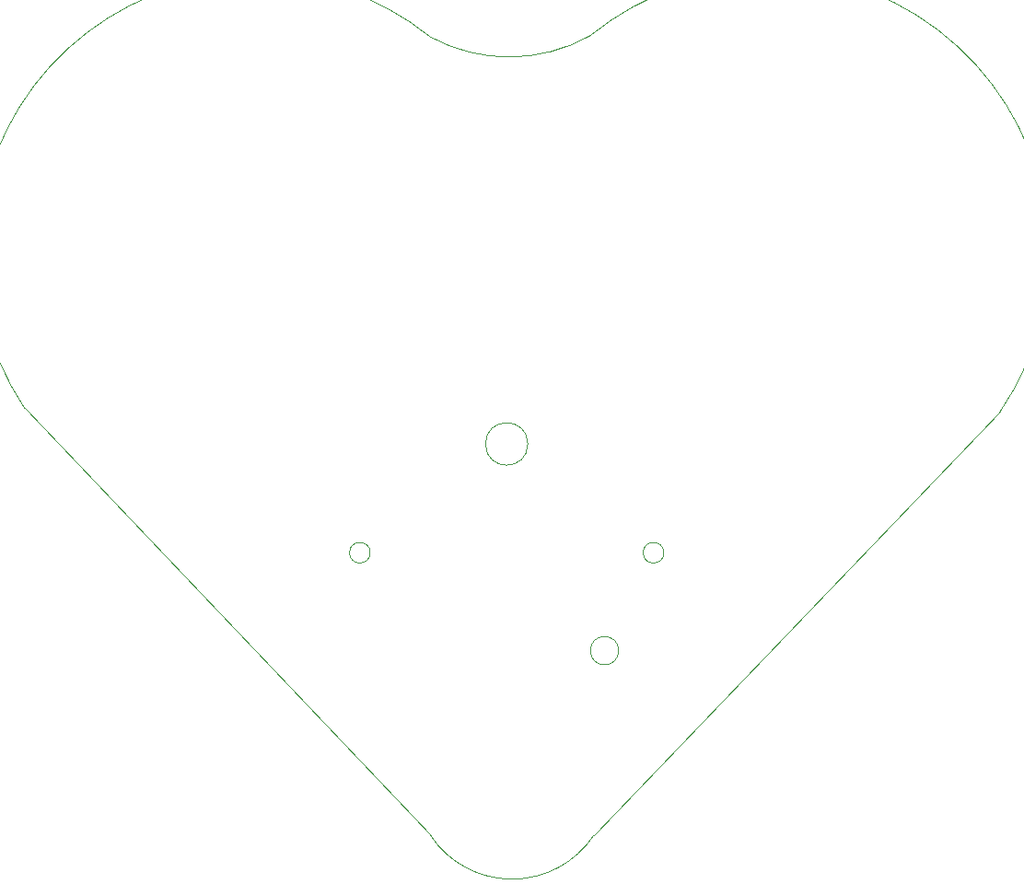
<source format=gbr>
%TF.GenerationSoftware,KiCad,Pcbnew,8.0.8*%
%TF.CreationDate,2025-02-21T00:42:49-08:00*%
%TF.ProjectId,jazmyn_hwsw,6a617a6d-796e-45f6-9877-73772e6b6963,rev?*%
%TF.SameCoordinates,Original*%
%TF.FileFunction,Profile,NP*%
%FSLAX46Y46*%
G04 Gerber Fmt 4.6, Leading zero omitted, Abs format (unit mm)*
G04 Created by KiCad (PCBNEW 8.0.8) date 2025-02-21 00:42:49*
%MOMM*%
%LPD*%
G01*
G04 APERTURE LIST*
%TA.AperFunction,Profile*%
%ADD10C,0.050000*%
%TD*%
G04 APERTURE END LIST*
D10*
X138650226Y-59983543D02*
G75*
G02*
X176348684Y-94567338I16349774J-20016457D01*
G01*
X86684380Y-94219995D02*
G75*
G02*
X124000017Y-60087981I21261020J14219995D01*
G01*
X139000000Y-133500000D02*
G75*
G02*
X124000000Y-133500000I-7500000J5000000D01*
G01*
X86684380Y-94219995D02*
X124000000Y-133500000D01*
X138650226Y-59983543D02*
G75*
G02*
X124000013Y-60087977I-7419926J13249243D01*
G01*
X176348684Y-94567338D02*
X139000000Y-133500000D01*
%TO.C,M1*%
X118450000Y-107500000D02*
G75*
G02*
X116550000Y-107500000I-950000J0D01*
G01*
X116550000Y-107500000D02*
G75*
G02*
X118450000Y-107500000I950000J0D01*
G01*
X132950000Y-97500000D02*
G75*
G02*
X129050000Y-97500000I-1950000J0D01*
G01*
X129050000Y-97500000D02*
G75*
G02*
X132950000Y-97500000I1950000J0D01*
G01*
X141300000Y-116500000D02*
G75*
G02*
X138700000Y-116500000I-1300000J0D01*
G01*
X138700000Y-116500000D02*
G75*
G02*
X141300000Y-116500000I1300000J0D01*
G01*
X145450000Y-107500000D02*
G75*
G02*
X143550000Y-107500000I-950000J0D01*
G01*
X143550000Y-107500000D02*
G75*
G02*
X145450000Y-107500000I950000J0D01*
G01*
%TD*%
M02*

</source>
